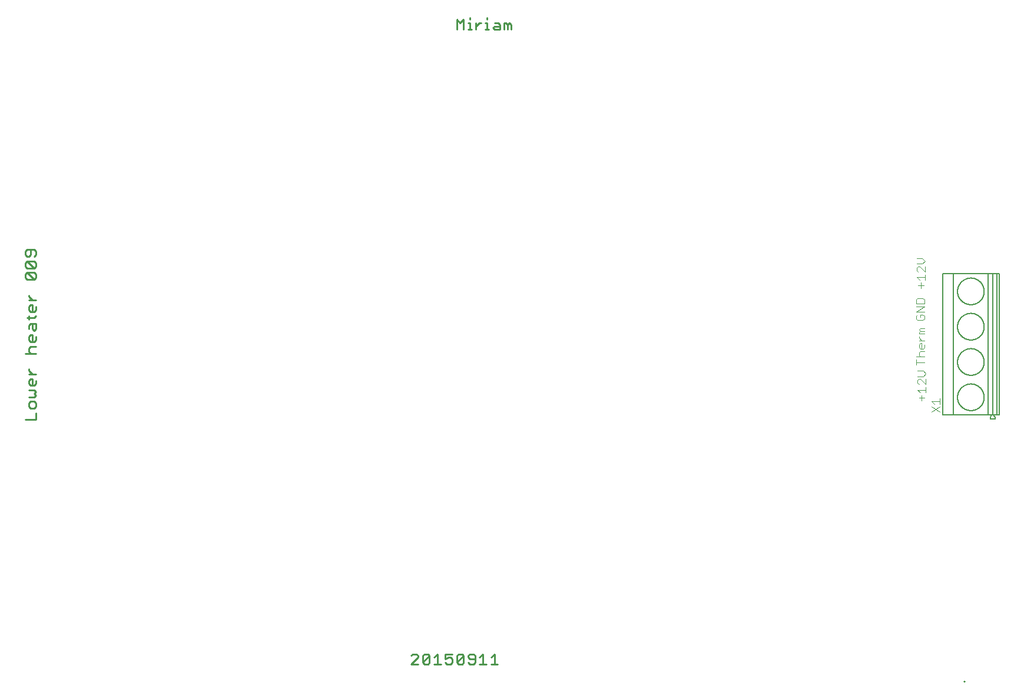
<source format=gto>
G75*
%MOIN*%
%OFA0B0*%
%FSLAX25Y25*%
%IPPOS*%
%LPD*%
%AMOC8*
5,1,8,0,0,1.08239X$1,22.5*
%
%ADD10C,0.00400*%
%ADD11C,0.01000*%
%ADD12C,0.01100*%
%ADD13C,0.00800*%
D10*
X0570085Y0205396D02*
X0573155Y0205396D01*
X0571620Y0203861D02*
X0571620Y0206931D01*
X0570853Y0208465D02*
X0569318Y0210000D01*
X0573922Y0210000D01*
X0573922Y0208465D02*
X0573922Y0211535D01*
X0573922Y0213069D02*
X0570853Y0216139D01*
X0570085Y0216139D01*
X0569318Y0215371D01*
X0569318Y0213837D01*
X0570085Y0213069D01*
X0573922Y0213069D02*
X0573922Y0216139D01*
X0572387Y0217673D02*
X0573922Y0219208D01*
X0572387Y0220742D01*
X0569318Y0220742D01*
X0569318Y0217673D02*
X0572387Y0217673D01*
X0568609Y0224137D02*
X0568609Y0227206D01*
X0568609Y0225672D02*
X0573213Y0225672D01*
X0573213Y0228741D02*
X0568609Y0228741D01*
X0570144Y0229508D02*
X0570144Y0231043D01*
X0570911Y0231810D01*
X0573213Y0231810D01*
X0572446Y0233345D02*
X0570911Y0233345D01*
X0570144Y0234112D01*
X0570144Y0235647D01*
X0570911Y0236414D01*
X0571679Y0236414D01*
X0571679Y0233345D01*
X0572446Y0233345D02*
X0573213Y0234112D01*
X0573213Y0235647D01*
X0573213Y0237949D02*
X0570144Y0237949D01*
X0570144Y0239483D02*
X0570144Y0240251D01*
X0570144Y0239483D02*
X0571679Y0237949D01*
X0573213Y0241785D02*
X0570144Y0241785D01*
X0570144Y0242553D01*
X0570911Y0243320D01*
X0570144Y0244087D01*
X0570911Y0244855D01*
X0573213Y0244855D01*
X0573213Y0243320D02*
X0570911Y0243320D01*
X0572367Y0249531D02*
X0569298Y0249531D01*
X0568531Y0250298D01*
X0568531Y0251833D01*
X0569298Y0252600D01*
X0570833Y0252600D02*
X0570833Y0251065D01*
X0570833Y0252600D02*
X0572367Y0252600D01*
X0573135Y0251833D01*
X0573135Y0250298D01*
X0572367Y0249531D01*
X0573135Y0254135D02*
X0568531Y0254135D01*
X0573135Y0257204D01*
X0568531Y0257204D01*
X0568531Y0258739D02*
X0568531Y0261041D01*
X0569298Y0261808D01*
X0572367Y0261808D01*
X0573135Y0261041D01*
X0573135Y0258739D01*
X0568531Y0258739D01*
X0571226Y0267641D02*
X0571226Y0270710D01*
X0570459Y0272245D02*
X0568924Y0273780D01*
X0573528Y0273780D01*
X0573528Y0275314D02*
X0573528Y0272245D01*
X0572761Y0269176D02*
X0569692Y0269176D01*
X0569692Y0276849D02*
X0568924Y0277616D01*
X0568924Y0279151D01*
X0569692Y0279918D01*
X0570459Y0279918D01*
X0573528Y0276849D01*
X0573528Y0279918D01*
X0571994Y0281453D02*
X0573528Y0282987D01*
X0571994Y0284522D01*
X0568924Y0284522D01*
X0568924Y0281453D02*
X0571994Y0281453D01*
X0570144Y0229508D02*
X0570911Y0228741D01*
X0581867Y0205078D02*
X0581867Y0202008D01*
X0581867Y0200474D02*
X0577263Y0197404D01*
X0577263Y0200474D02*
X0581867Y0197404D01*
X0578798Y0202008D02*
X0577263Y0203543D01*
X0581867Y0203543D01*
D11*
X0595648Y0044787D02*
X0595748Y0044787D01*
D12*
X0070141Y0193048D02*
X0064236Y0193048D01*
X0070141Y0193048D02*
X0070141Y0196985D01*
X0069157Y0199494D02*
X0070141Y0200478D01*
X0070141Y0202446D01*
X0069157Y0203431D01*
X0067189Y0203431D01*
X0066205Y0202446D01*
X0066205Y0200478D01*
X0067189Y0199494D01*
X0069157Y0199494D01*
X0069157Y0205939D02*
X0066205Y0205939D01*
X0069157Y0205939D02*
X0070141Y0206924D01*
X0069157Y0207908D01*
X0070141Y0208892D01*
X0069157Y0209876D01*
X0066205Y0209876D01*
X0067189Y0212385D02*
X0066205Y0213369D01*
X0066205Y0215337D01*
X0067189Y0216322D01*
X0068173Y0216322D01*
X0068173Y0212385D01*
X0069157Y0212385D02*
X0067189Y0212385D01*
X0069157Y0212385D02*
X0070141Y0213369D01*
X0070141Y0215337D01*
X0070141Y0218830D02*
X0066205Y0218830D01*
X0068173Y0218830D02*
X0066205Y0220799D01*
X0066205Y0221783D01*
X0067189Y0230647D02*
X0066205Y0231631D01*
X0066205Y0233600D01*
X0067189Y0234584D01*
X0070141Y0234584D01*
X0069157Y0237093D02*
X0067189Y0237093D01*
X0066205Y0238077D01*
X0066205Y0240045D01*
X0067189Y0241029D01*
X0068173Y0241029D01*
X0068173Y0237093D01*
X0069157Y0237093D02*
X0070141Y0238077D01*
X0070141Y0240045D01*
X0069157Y0243538D02*
X0068173Y0244522D01*
X0068173Y0247475D01*
X0067189Y0247475D02*
X0070141Y0247475D01*
X0070141Y0244522D01*
X0069157Y0243538D01*
X0066205Y0244522D02*
X0066205Y0246491D01*
X0067189Y0247475D01*
X0066205Y0249984D02*
X0066205Y0251952D01*
X0065220Y0250968D02*
X0069157Y0250968D01*
X0070141Y0251952D01*
X0069157Y0254281D02*
X0067189Y0254281D01*
X0066205Y0255265D01*
X0066205Y0257233D01*
X0067189Y0258217D01*
X0068173Y0258217D01*
X0068173Y0254281D01*
X0069157Y0254281D02*
X0070141Y0255265D01*
X0070141Y0257233D01*
X0070141Y0260726D02*
X0066205Y0260726D01*
X0068173Y0260726D02*
X0066205Y0262694D01*
X0066205Y0263679D01*
X0065220Y0272543D02*
X0064236Y0273527D01*
X0064236Y0275495D01*
X0065220Y0276480D01*
X0069157Y0272543D01*
X0070141Y0273527D01*
X0070141Y0275495D01*
X0069157Y0276480D01*
X0065220Y0276480D01*
X0065220Y0278988D02*
X0064236Y0279973D01*
X0064236Y0281941D01*
X0065220Y0282925D01*
X0069157Y0278988D01*
X0070141Y0279973D01*
X0070141Y0281941D01*
X0069157Y0282925D01*
X0065220Y0282925D01*
X0065220Y0285434D02*
X0066205Y0285434D01*
X0067189Y0286418D01*
X0067189Y0289371D01*
X0069157Y0289371D02*
X0065220Y0289371D01*
X0064236Y0288386D01*
X0064236Y0286418D01*
X0065220Y0285434D01*
X0069157Y0285434D02*
X0070141Y0286418D01*
X0070141Y0288386D01*
X0069157Y0289371D01*
X0069157Y0278988D02*
X0065220Y0278988D01*
X0065220Y0272543D02*
X0069157Y0272543D01*
X0070141Y0230647D02*
X0064236Y0230647D01*
X0282648Y0059358D02*
X0283632Y0060342D01*
X0285600Y0060342D01*
X0286584Y0059358D01*
X0286584Y0058374D01*
X0282648Y0054437D01*
X0286584Y0054437D01*
X0289093Y0055422D02*
X0293030Y0059358D01*
X0293030Y0055422D01*
X0292046Y0054437D01*
X0290077Y0054437D01*
X0289093Y0055422D01*
X0289093Y0059358D01*
X0290077Y0060342D01*
X0292046Y0060342D01*
X0293030Y0059358D01*
X0295539Y0058374D02*
X0297507Y0060342D01*
X0297507Y0054437D01*
X0295539Y0054437D02*
X0299475Y0054437D01*
X0301984Y0055422D02*
X0302968Y0054437D01*
X0304937Y0054437D01*
X0305921Y0055422D01*
X0305921Y0057390D01*
X0304937Y0058374D01*
X0303952Y0058374D01*
X0301984Y0057390D01*
X0301984Y0060342D01*
X0305921Y0060342D01*
X0308430Y0059358D02*
X0309414Y0060342D01*
X0311382Y0060342D01*
X0312366Y0059358D01*
X0308430Y0055422D01*
X0309414Y0054437D01*
X0311382Y0054437D01*
X0312366Y0055422D01*
X0312366Y0059358D01*
X0314875Y0059358D02*
X0314875Y0058374D01*
X0315859Y0057390D01*
X0318812Y0057390D01*
X0318812Y0059358D02*
X0317828Y0060342D01*
X0315859Y0060342D01*
X0314875Y0059358D01*
X0314875Y0055422D02*
X0315859Y0054437D01*
X0317828Y0054437D01*
X0318812Y0055422D01*
X0318812Y0059358D01*
X0321321Y0058374D02*
X0323289Y0060342D01*
X0323289Y0054437D01*
X0321321Y0054437D02*
X0325257Y0054437D01*
X0327766Y0054437D02*
X0331703Y0054437D01*
X0329734Y0054437D02*
X0329734Y0060342D01*
X0327766Y0058374D01*
X0308430Y0059358D02*
X0308430Y0055422D01*
X0308403Y0414050D02*
X0308403Y0419955D01*
X0310371Y0417987D01*
X0312339Y0419955D01*
X0312339Y0414050D01*
X0314848Y0414050D02*
X0316817Y0414050D01*
X0315832Y0414050D02*
X0315832Y0417987D01*
X0314848Y0417987D01*
X0315832Y0419955D02*
X0315832Y0420939D01*
X0319145Y0417987D02*
X0319145Y0414050D01*
X0319145Y0416018D02*
X0321114Y0417987D01*
X0322098Y0417987D01*
X0324516Y0417987D02*
X0325501Y0417987D01*
X0325501Y0414050D01*
X0326485Y0414050D02*
X0324516Y0414050D01*
X0328813Y0415034D02*
X0329798Y0416018D01*
X0332750Y0416018D01*
X0332750Y0417003D02*
X0332750Y0414050D01*
X0329798Y0414050D01*
X0328813Y0415034D01*
X0329798Y0417987D02*
X0331766Y0417987D01*
X0332750Y0417003D01*
X0335259Y0417987D02*
X0335259Y0414050D01*
X0337227Y0414050D02*
X0337227Y0417003D01*
X0338212Y0417987D01*
X0339196Y0417003D01*
X0339196Y0414050D01*
X0337227Y0417003D02*
X0336243Y0417987D01*
X0335259Y0417987D01*
X0325501Y0419955D02*
X0325501Y0420939D01*
D13*
X0583622Y0275826D02*
X0583622Y0195826D01*
X0589629Y0195826D01*
X0591530Y0195826D01*
X0607266Y0195826D01*
X0609204Y0195826D01*
X0609204Y0275826D01*
X0611881Y0275826D01*
X0614331Y0275826D01*
X0615512Y0275826D01*
X0615512Y0195826D01*
X0614331Y0195826D01*
X0614331Y0275826D01*
X0611881Y0275826D02*
X0611881Y0195826D01*
X0612665Y0195826D01*
X0614331Y0195826D01*
X0613256Y0194618D02*
X0612665Y0195320D01*
X0612665Y0195826D01*
X0611881Y0195826D02*
X0611035Y0195826D01*
X0609204Y0195826D01*
X0610445Y0194618D02*
X0611035Y0195320D01*
X0611035Y0195826D01*
X0610445Y0194618D02*
X0610445Y0193582D01*
X0613256Y0193582D01*
X0613256Y0194618D01*
X0591930Y0205826D02*
X0591932Y0206011D01*
X0591939Y0206196D01*
X0591950Y0206381D01*
X0591966Y0206565D01*
X0591987Y0206749D01*
X0592012Y0206932D01*
X0592041Y0207115D01*
X0592075Y0207297D01*
X0592113Y0207478D01*
X0592156Y0207658D01*
X0592203Y0207837D01*
X0592255Y0208014D01*
X0592311Y0208191D01*
X0592371Y0208366D01*
X0592435Y0208539D01*
X0592504Y0208711D01*
X0592577Y0208881D01*
X0592654Y0209049D01*
X0592735Y0209216D01*
X0592820Y0209380D01*
X0592909Y0209542D01*
X0593003Y0209702D01*
X0593100Y0209859D01*
X0593201Y0210014D01*
X0593305Y0210167D01*
X0593414Y0210317D01*
X0593526Y0210464D01*
X0593641Y0210609D01*
X0593760Y0210750D01*
X0593883Y0210889D01*
X0594009Y0211024D01*
X0594138Y0211157D01*
X0594271Y0211286D01*
X0594406Y0211412D01*
X0594545Y0211535D01*
X0594686Y0211654D01*
X0594831Y0211769D01*
X0594978Y0211881D01*
X0595128Y0211990D01*
X0595281Y0212094D01*
X0595436Y0212195D01*
X0595593Y0212292D01*
X0595753Y0212386D01*
X0595915Y0212475D01*
X0596079Y0212560D01*
X0596246Y0212641D01*
X0596414Y0212718D01*
X0596584Y0212791D01*
X0596756Y0212860D01*
X0596929Y0212924D01*
X0597104Y0212984D01*
X0597281Y0213040D01*
X0597458Y0213092D01*
X0597637Y0213139D01*
X0597817Y0213182D01*
X0597998Y0213220D01*
X0598180Y0213254D01*
X0598363Y0213283D01*
X0598546Y0213308D01*
X0598730Y0213329D01*
X0598914Y0213345D01*
X0599099Y0213356D01*
X0599284Y0213363D01*
X0599469Y0213365D01*
X0599654Y0213363D01*
X0599839Y0213356D01*
X0600024Y0213345D01*
X0600208Y0213329D01*
X0600392Y0213308D01*
X0600575Y0213283D01*
X0600758Y0213254D01*
X0600940Y0213220D01*
X0601121Y0213182D01*
X0601301Y0213139D01*
X0601480Y0213092D01*
X0601657Y0213040D01*
X0601834Y0212984D01*
X0602009Y0212924D01*
X0602182Y0212860D01*
X0602354Y0212791D01*
X0602524Y0212718D01*
X0602692Y0212641D01*
X0602859Y0212560D01*
X0603023Y0212475D01*
X0603185Y0212386D01*
X0603345Y0212292D01*
X0603502Y0212195D01*
X0603657Y0212094D01*
X0603810Y0211990D01*
X0603960Y0211881D01*
X0604107Y0211769D01*
X0604252Y0211654D01*
X0604393Y0211535D01*
X0604532Y0211412D01*
X0604667Y0211286D01*
X0604800Y0211157D01*
X0604929Y0211024D01*
X0605055Y0210889D01*
X0605178Y0210750D01*
X0605297Y0210609D01*
X0605412Y0210464D01*
X0605524Y0210317D01*
X0605633Y0210167D01*
X0605737Y0210014D01*
X0605838Y0209859D01*
X0605935Y0209702D01*
X0606029Y0209542D01*
X0606118Y0209380D01*
X0606203Y0209216D01*
X0606284Y0209049D01*
X0606361Y0208881D01*
X0606434Y0208711D01*
X0606503Y0208539D01*
X0606567Y0208366D01*
X0606627Y0208191D01*
X0606683Y0208014D01*
X0606735Y0207837D01*
X0606782Y0207658D01*
X0606825Y0207478D01*
X0606863Y0207297D01*
X0606897Y0207115D01*
X0606926Y0206932D01*
X0606951Y0206749D01*
X0606972Y0206565D01*
X0606988Y0206381D01*
X0606999Y0206196D01*
X0607006Y0206011D01*
X0607008Y0205826D01*
X0607006Y0205641D01*
X0606999Y0205456D01*
X0606988Y0205271D01*
X0606972Y0205087D01*
X0606951Y0204903D01*
X0606926Y0204720D01*
X0606897Y0204537D01*
X0606863Y0204355D01*
X0606825Y0204174D01*
X0606782Y0203994D01*
X0606735Y0203815D01*
X0606683Y0203638D01*
X0606627Y0203461D01*
X0606567Y0203286D01*
X0606503Y0203113D01*
X0606434Y0202941D01*
X0606361Y0202771D01*
X0606284Y0202603D01*
X0606203Y0202436D01*
X0606118Y0202272D01*
X0606029Y0202110D01*
X0605935Y0201950D01*
X0605838Y0201793D01*
X0605737Y0201638D01*
X0605633Y0201485D01*
X0605524Y0201335D01*
X0605412Y0201188D01*
X0605297Y0201043D01*
X0605178Y0200902D01*
X0605055Y0200763D01*
X0604929Y0200628D01*
X0604800Y0200495D01*
X0604667Y0200366D01*
X0604532Y0200240D01*
X0604393Y0200117D01*
X0604252Y0199998D01*
X0604107Y0199883D01*
X0603960Y0199771D01*
X0603810Y0199662D01*
X0603657Y0199558D01*
X0603502Y0199457D01*
X0603345Y0199360D01*
X0603185Y0199266D01*
X0603023Y0199177D01*
X0602859Y0199092D01*
X0602692Y0199011D01*
X0602524Y0198934D01*
X0602354Y0198861D01*
X0602182Y0198792D01*
X0602009Y0198728D01*
X0601834Y0198668D01*
X0601657Y0198612D01*
X0601480Y0198560D01*
X0601301Y0198513D01*
X0601121Y0198470D01*
X0600940Y0198432D01*
X0600758Y0198398D01*
X0600575Y0198369D01*
X0600392Y0198344D01*
X0600208Y0198323D01*
X0600024Y0198307D01*
X0599839Y0198296D01*
X0599654Y0198289D01*
X0599469Y0198287D01*
X0599284Y0198289D01*
X0599099Y0198296D01*
X0598914Y0198307D01*
X0598730Y0198323D01*
X0598546Y0198344D01*
X0598363Y0198369D01*
X0598180Y0198398D01*
X0597998Y0198432D01*
X0597817Y0198470D01*
X0597637Y0198513D01*
X0597458Y0198560D01*
X0597281Y0198612D01*
X0597104Y0198668D01*
X0596929Y0198728D01*
X0596756Y0198792D01*
X0596584Y0198861D01*
X0596414Y0198934D01*
X0596246Y0199011D01*
X0596079Y0199092D01*
X0595915Y0199177D01*
X0595753Y0199266D01*
X0595593Y0199360D01*
X0595436Y0199457D01*
X0595281Y0199558D01*
X0595128Y0199662D01*
X0594978Y0199771D01*
X0594831Y0199883D01*
X0594686Y0199998D01*
X0594545Y0200117D01*
X0594406Y0200240D01*
X0594271Y0200366D01*
X0594138Y0200495D01*
X0594009Y0200628D01*
X0593883Y0200763D01*
X0593760Y0200902D01*
X0593641Y0201043D01*
X0593526Y0201188D01*
X0593414Y0201335D01*
X0593305Y0201485D01*
X0593201Y0201638D01*
X0593100Y0201793D01*
X0593003Y0201950D01*
X0592909Y0202110D01*
X0592820Y0202272D01*
X0592735Y0202436D01*
X0592654Y0202603D01*
X0592577Y0202771D01*
X0592504Y0202941D01*
X0592435Y0203113D01*
X0592371Y0203286D01*
X0592311Y0203461D01*
X0592255Y0203638D01*
X0592203Y0203815D01*
X0592156Y0203994D01*
X0592113Y0204174D01*
X0592075Y0204355D01*
X0592041Y0204537D01*
X0592012Y0204720D01*
X0591987Y0204903D01*
X0591966Y0205087D01*
X0591950Y0205271D01*
X0591939Y0205456D01*
X0591932Y0205641D01*
X0591930Y0205826D01*
X0589629Y0195826D02*
X0589629Y0275826D01*
X0583622Y0275826D01*
X0589629Y0275826D02*
X0591530Y0275826D01*
X0607266Y0275826D01*
X0609204Y0275826D01*
X0591930Y0265826D02*
X0591932Y0266011D01*
X0591939Y0266196D01*
X0591950Y0266381D01*
X0591966Y0266565D01*
X0591987Y0266749D01*
X0592012Y0266932D01*
X0592041Y0267115D01*
X0592075Y0267297D01*
X0592113Y0267478D01*
X0592156Y0267658D01*
X0592203Y0267837D01*
X0592255Y0268014D01*
X0592311Y0268191D01*
X0592371Y0268366D01*
X0592435Y0268539D01*
X0592504Y0268711D01*
X0592577Y0268881D01*
X0592654Y0269049D01*
X0592735Y0269216D01*
X0592820Y0269380D01*
X0592909Y0269542D01*
X0593003Y0269702D01*
X0593100Y0269859D01*
X0593201Y0270014D01*
X0593305Y0270167D01*
X0593414Y0270317D01*
X0593526Y0270464D01*
X0593641Y0270609D01*
X0593760Y0270750D01*
X0593883Y0270889D01*
X0594009Y0271024D01*
X0594138Y0271157D01*
X0594271Y0271286D01*
X0594406Y0271412D01*
X0594545Y0271535D01*
X0594686Y0271654D01*
X0594831Y0271769D01*
X0594978Y0271881D01*
X0595128Y0271990D01*
X0595281Y0272094D01*
X0595436Y0272195D01*
X0595593Y0272292D01*
X0595753Y0272386D01*
X0595915Y0272475D01*
X0596079Y0272560D01*
X0596246Y0272641D01*
X0596414Y0272718D01*
X0596584Y0272791D01*
X0596756Y0272860D01*
X0596929Y0272924D01*
X0597104Y0272984D01*
X0597281Y0273040D01*
X0597458Y0273092D01*
X0597637Y0273139D01*
X0597817Y0273182D01*
X0597998Y0273220D01*
X0598180Y0273254D01*
X0598363Y0273283D01*
X0598546Y0273308D01*
X0598730Y0273329D01*
X0598914Y0273345D01*
X0599099Y0273356D01*
X0599284Y0273363D01*
X0599469Y0273365D01*
X0599654Y0273363D01*
X0599839Y0273356D01*
X0600024Y0273345D01*
X0600208Y0273329D01*
X0600392Y0273308D01*
X0600575Y0273283D01*
X0600758Y0273254D01*
X0600940Y0273220D01*
X0601121Y0273182D01*
X0601301Y0273139D01*
X0601480Y0273092D01*
X0601657Y0273040D01*
X0601834Y0272984D01*
X0602009Y0272924D01*
X0602182Y0272860D01*
X0602354Y0272791D01*
X0602524Y0272718D01*
X0602692Y0272641D01*
X0602859Y0272560D01*
X0603023Y0272475D01*
X0603185Y0272386D01*
X0603345Y0272292D01*
X0603502Y0272195D01*
X0603657Y0272094D01*
X0603810Y0271990D01*
X0603960Y0271881D01*
X0604107Y0271769D01*
X0604252Y0271654D01*
X0604393Y0271535D01*
X0604532Y0271412D01*
X0604667Y0271286D01*
X0604800Y0271157D01*
X0604929Y0271024D01*
X0605055Y0270889D01*
X0605178Y0270750D01*
X0605297Y0270609D01*
X0605412Y0270464D01*
X0605524Y0270317D01*
X0605633Y0270167D01*
X0605737Y0270014D01*
X0605838Y0269859D01*
X0605935Y0269702D01*
X0606029Y0269542D01*
X0606118Y0269380D01*
X0606203Y0269216D01*
X0606284Y0269049D01*
X0606361Y0268881D01*
X0606434Y0268711D01*
X0606503Y0268539D01*
X0606567Y0268366D01*
X0606627Y0268191D01*
X0606683Y0268014D01*
X0606735Y0267837D01*
X0606782Y0267658D01*
X0606825Y0267478D01*
X0606863Y0267297D01*
X0606897Y0267115D01*
X0606926Y0266932D01*
X0606951Y0266749D01*
X0606972Y0266565D01*
X0606988Y0266381D01*
X0606999Y0266196D01*
X0607006Y0266011D01*
X0607008Y0265826D01*
X0607006Y0265641D01*
X0606999Y0265456D01*
X0606988Y0265271D01*
X0606972Y0265087D01*
X0606951Y0264903D01*
X0606926Y0264720D01*
X0606897Y0264537D01*
X0606863Y0264355D01*
X0606825Y0264174D01*
X0606782Y0263994D01*
X0606735Y0263815D01*
X0606683Y0263638D01*
X0606627Y0263461D01*
X0606567Y0263286D01*
X0606503Y0263113D01*
X0606434Y0262941D01*
X0606361Y0262771D01*
X0606284Y0262603D01*
X0606203Y0262436D01*
X0606118Y0262272D01*
X0606029Y0262110D01*
X0605935Y0261950D01*
X0605838Y0261793D01*
X0605737Y0261638D01*
X0605633Y0261485D01*
X0605524Y0261335D01*
X0605412Y0261188D01*
X0605297Y0261043D01*
X0605178Y0260902D01*
X0605055Y0260763D01*
X0604929Y0260628D01*
X0604800Y0260495D01*
X0604667Y0260366D01*
X0604532Y0260240D01*
X0604393Y0260117D01*
X0604252Y0259998D01*
X0604107Y0259883D01*
X0603960Y0259771D01*
X0603810Y0259662D01*
X0603657Y0259558D01*
X0603502Y0259457D01*
X0603345Y0259360D01*
X0603185Y0259266D01*
X0603023Y0259177D01*
X0602859Y0259092D01*
X0602692Y0259011D01*
X0602524Y0258934D01*
X0602354Y0258861D01*
X0602182Y0258792D01*
X0602009Y0258728D01*
X0601834Y0258668D01*
X0601657Y0258612D01*
X0601480Y0258560D01*
X0601301Y0258513D01*
X0601121Y0258470D01*
X0600940Y0258432D01*
X0600758Y0258398D01*
X0600575Y0258369D01*
X0600392Y0258344D01*
X0600208Y0258323D01*
X0600024Y0258307D01*
X0599839Y0258296D01*
X0599654Y0258289D01*
X0599469Y0258287D01*
X0599284Y0258289D01*
X0599099Y0258296D01*
X0598914Y0258307D01*
X0598730Y0258323D01*
X0598546Y0258344D01*
X0598363Y0258369D01*
X0598180Y0258398D01*
X0597998Y0258432D01*
X0597817Y0258470D01*
X0597637Y0258513D01*
X0597458Y0258560D01*
X0597281Y0258612D01*
X0597104Y0258668D01*
X0596929Y0258728D01*
X0596756Y0258792D01*
X0596584Y0258861D01*
X0596414Y0258934D01*
X0596246Y0259011D01*
X0596079Y0259092D01*
X0595915Y0259177D01*
X0595753Y0259266D01*
X0595593Y0259360D01*
X0595436Y0259457D01*
X0595281Y0259558D01*
X0595128Y0259662D01*
X0594978Y0259771D01*
X0594831Y0259883D01*
X0594686Y0259998D01*
X0594545Y0260117D01*
X0594406Y0260240D01*
X0594271Y0260366D01*
X0594138Y0260495D01*
X0594009Y0260628D01*
X0593883Y0260763D01*
X0593760Y0260902D01*
X0593641Y0261043D01*
X0593526Y0261188D01*
X0593414Y0261335D01*
X0593305Y0261485D01*
X0593201Y0261638D01*
X0593100Y0261793D01*
X0593003Y0261950D01*
X0592909Y0262110D01*
X0592820Y0262272D01*
X0592735Y0262436D01*
X0592654Y0262603D01*
X0592577Y0262771D01*
X0592504Y0262941D01*
X0592435Y0263113D01*
X0592371Y0263286D01*
X0592311Y0263461D01*
X0592255Y0263638D01*
X0592203Y0263815D01*
X0592156Y0263994D01*
X0592113Y0264174D01*
X0592075Y0264355D01*
X0592041Y0264537D01*
X0592012Y0264720D01*
X0591987Y0264903D01*
X0591966Y0265087D01*
X0591950Y0265271D01*
X0591939Y0265456D01*
X0591932Y0265641D01*
X0591930Y0265826D01*
X0591930Y0245826D02*
X0591932Y0246011D01*
X0591939Y0246196D01*
X0591950Y0246381D01*
X0591966Y0246565D01*
X0591987Y0246749D01*
X0592012Y0246932D01*
X0592041Y0247115D01*
X0592075Y0247297D01*
X0592113Y0247478D01*
X0592156Y0247658D01*
X0592203Y0247837D01*
X0592255Y0248014D01*
X0592311Y0248191D01*
X0592371Y0248366D01*
X0592435Y0248539D01*
X0592504Y0248711D01*
X0592577Y0248881D01*
X0592654Y0249049D01*
X0592735Y0249216D01*
X0592820Y0249380D01*
X0592909Y0249542D01*
X0593003Y0249702D01*
X0593100Y0249859D01*
X0593201Y0250014D01*
X0593305Y0250167D01*
X0593414Y0250317D01*
X0593526Y0250464D01*
X0593641Y0250609D01*
X0593760Y0250750D01*
X0593883Y0250889D01*
X0594009Y0251024D01*
X0594138Y0251157D01*
X0594271Y0251286D01*
X0594406Y0251412D01*
X0594545Y0251535D01*
X0594686Y0251654D01*
X0594831Y0251769D01*
X0594978Y0251881D01*
X0595128Y0251990D01*
X0595281Y0252094D01*
X0595436Y0252195D01*
X0595593Y0252292D01*
X0595753Y0252386D01*
X0595915Y0252475D01*
X0596079Y0252560D01*
X0596246Y0252641D01*
X0596414Y0252718D01*
X0596584Y0252791D01*
X0596756Y0252860D01*
X0596929Y0252924D01*
X0597104Y0252984D01*
X0597281Y0253040D01*
X0597458Y0253092D01*
X0597637Y0253139D01*
X0597817Y0253182D01*
X0597998Y0253220D01*
X0598180Y0253254D01*
X0598363Y0253283D01*
X0598546Y0253308D01*
X0598730Y0253329D01*
X0598914Y0253345D01*
X0599099Y0253356D01*
X0599284Y0253363D01*
X0599469Y0253365D01*
X0599654Y0253363D01*
X0599839Y0253356D01*
X0600024Y0253345D01*
X0600208Y0253329D01*
X0600392Y0253308D01*
X0600575Y0253283D01*
X0600758Y0253254D01*
X0600940Y0253220D01*
X0601121Y0253182D01*
X0601301Y0253139D01*
X0601480Y0253092D01*
X0601657Y0253040D01*
X0601834Y0252984D01*
X0602009Y0252924D01*
X0602182Y0252860D01*
X0602354Y0252791D01*
X0602524Y0252718D01*
X0602692Y0252641D01*
X0602859Y0252560D01*
X0603023Y0252475D01*
X0603185Y0252386D01*
X0603345Y0252292D01*
X0603502Y0252195D01*
X0603657Y0252094D01*
X0603810Y0251990D01*
X0603960Y0251881D01*
X0604107Y0251769D01*
X0604252Y0251654D01*
X0604393Y0251535D01*
X0604532Y0251412D01*
X0604667Y0251286D01*
X0604800Y0251157D01*
X0604929Y0251024D01*
X0605055Y0250889D01*
X0605178Y0250750D01*
X0605297Y0250609D01*
X0605412Y0250464D01*
X0605524Y0250317D01*
X0605633Y0250167D01*
X0605737Y0250014D01*
X0605838Y0249859D01*
X0605935Y0249702D01*
X0606029Y0249542D01*
X0606118Y0249380D01*
X0606203Y0249216D01*
X0606284Y0249049D01*
X0606361Y0248881D01*
X0606434Y0248711D01*
X0606503Y0248539D01*
X0606567Y0248366D01*
X0606627Y0248191D01*
X0606683Y0248014D01*
X0606735Y0247837D01*
X0606782Y0247658D01*
X0606825Y0247478D01*
X0606863Y0247297D01*
X0606897Y0247115D01*
X0606926Y0246932D01*
X0606951Y0246749D01*
X0606972Y0246565D01*
X0606988Y0246381D01*
X0606999Y0246196D01*
X0607006Y0246011D01*
X0607008Y0245826D01*
X0607006Y0245641D01*
X0606999Y0245456D01*
X0606988Y0245271D01*
X0606972Y0245087D01*
X0606951Y0244903D01*
X0606926Y0244720D01*
X0606897Y0244537D01*
X0606863Y0244355D01*
X0606825Y0244174D01*
X0606782Y0243994D01*
X0606735Y0243815D01*
X0606683Y0243638D01*
X0606627Y0243461D01*
X0606567Y0243286D01*
X0606503Y0243113D01*
X0606434Y0242941D01*
X0606361Y0242771D01*
X0606284Y0242603D01*
X0606203Y0242436D01*
X0606118Y0242272D01*
X0606029Y0242110D01*
X0605935Y0241950D01*
X0605838Y0241793D01*
X0605737Y0241638D01*
X0605633Y0241485D01*
X0605524Y0241335D01*
X0605412Y0241188D01*
X0605297Y0241043D01*
X0605178Y0240902D01*
X0605055Y0240763D01*
X0604929Y0240628D01*
X0604800Y0240495D01*
X0604667Y0240366D01*
X0604532Y0240240D01*
X0604393Y0240117D01*
X0604252Y0239998D01*
X0604107Y0239883D01*
X0603960Y0239771D01*
X0603810Y0239662D01*
X0603657Y0239558D01*
X0603502Y0239457D01*
X0603345Y0239360D01*
X0603185Y0239266D01*
X0603023Y0239177D01*
X0602859Y0239092D01*
X0602692Y0239011D01*
X0602524Y0238934D01*
X0602354Y0238861D01*
X0602182Y0238792D01*
X0602009Y0238728D01*
X0601834Y0238668D01*
X0601657Y0238612D01*
X0601480Y0238560D01*
X0601301Y0238513D01*
X0601121Y0238470D01*
X0600940Y0238432D01*
X0600758Y0238398D01*
X0600575Y0238369D01*
X0600392Y0238344D01*
X0600208Y0238323D01*
X0600024Y0238307D01*
X0599839Y0238296D01*
X0599654Y0238289D01*
X0599469Y0238287D01*
X0599284Y0238289D01*
X0599099Y0238296D01*
X0598914Y0238307D01*
X0598730Y0238323D01*
X0598546Y0238344D01*
X0598363Y0238369D01*
X0598180Y0238398D01*
X0597998Y0238432D01*
X0597817Y0238470D01*
X0597637Y0238513D01*
X0597458Y0238560D01*
X0597281Y0238612D01*
X0597104Y0238668D01*
X0596929Y0238728D01*
X0596756Y0238792D01*
X0596584Y0238861D01*
X0596414Y0238934D01*
X0596246Y0239011D01*
X0596079Y0239092D01*
X0595915Y0239177D01*
X0595753Y0239266D01*
X0595593Y0239360D01*
X0595436Y0239457D01*
X0595281Y0239558D01*
X0595128Y0239662D01*
X0594978Y0239771D01*
X0594831Y0239883D01*
X0594686Y0239998D01*
X0594545Y0240117D01*
X0594406Y0240240D01*
X0594271Y0240366D01*
X0594138Y0240495D01*
X0594009Y0240628D01*
X0593883Y0240763D01*
X0593760Y0240902D01*
X0593641Y0241043D01*
X0593526Y0241188D01*
X0593414Y0241335D01*
X0593305Y0241485D01*
X0593201Y0241638D01*
X0593100Y0241793D01*
X0593003Y0241950D01*
X0592909Y0242110D01*
X0592820Y0242272D01*
X0592735Y0242436D01*
X0592654Y0242603D01*
X0592577Y0242771D01*
X0592504Y0242941D01*
X0592435Y0243113D01*
X0592371Y0243286D01*
X0592311Y0243461D01*
X0592255Y0243638D01*
X0592203Y0243815D01*
X0592156Y0243994D01*
X0592113Y0244174D01*
X0592075Y0244355D01*
X0592041Y0244537D01*
X0592012Y0244720D01*
X0591987Y0244903D01*
X0591966Y0245087D01*
X0591950Y0245271D01*
X0591939Y0245456D01*
X0591932Y0245641D01*
X0591930Y0245826D01*
X0591930Y0225826D02*
X0591932Y0226011D01*
X0591939Y0226196D01*
X0591950Y0226381D01*
X0591966Y0226565D01*
X0591987Y0226749D01*
X0592012Y0226932D01*
X0592041Y0227115D01*
X0592075Y0227297D01*
X0592113Y0227478D01*
X0592156Y0227658D01*
X0592203Y0227837D01*
X0592255Y0228014D01*
X0592311Y0228191D01*
X0592371Y0228366D01*
X0592435Y0228539D01*
X0592504Y0228711D01*
X0592577Y0228881D01*
X0592654Y0229049D01*
X0592735Y0229216D01*
X0592820Y0229380D01*
X0592909Y0229542D01*
X0593003Y0229702D01*
X0593100Y0229859D01*
X0593201Y0230014D01*
X0593305Y0230167D01*
X0593414Y0230317D01*
X0593526Y0230464D01*
X0593641Y0230609D01*
X0593760Y0230750D01*
X0593883Y0230889D01*
X0594009Y0231024D01*
X0594138Y0231157D01*
X0594271Y0231286D01*
X0594406Y0231412D01*
X0594545Y0231535D01*
X0594686Y0231654D01*
X0594831Y0231769D01*
X0594978Y0231881D01*
X0595128Y0231990D01*
X0595281Y0232094D01*
X0595436Y0232195D01*
X0595593Y0232292D01*
X0595753Y0232386D01*
X0595915Y0232475D01*
X0596079Y0232560D01*
X0596246Y0232641D01*
X0596414Y0232718D01*
X0596584Y0232791D01*
X0596756Y0232860D01*
X0596929Y0232924D01*
X0597104Y0232984D01*
X0597281Y0233040D01*
X0597458Y0233092D01*
X0597637Y0233139D01*
X0597817Y0233182D01*
X0597998Y0233220D01*
X0598180Y0233254D01*
X0598363Y0233283D01*
X0598546Y0233308D01*
X0598730Y0233329D01*
X0598914Y0233345D01*
X0599099Y0233356D01*
X0599284Y0233363D01*
X0599469Y0233365D01*
X0599654Y0233363D01*
X0599839Y0233356D01*
X0600024Y0233345D01*
X0600208Y0233329D01*
X0600392Y0233308D01*
X0600575Y0233283D01*
X0600758Y0233254D01*
X0600940Y0233220D01*
X0601121Y0233182D01*
X0601301Y0233139D01*
X0601480Y0233092D01*
X0601657Y0233040D01*
X0601834Y0232984D01*
X0602009Y0232924D01*
X0602182Y0232860D01*
X0602354Y0232791D01*
X0602524Y0232718D01*
X0602692Y0232641D01*
X0602859Y0232560D01*
X0603023Y0232475D01*
X0603185Y0232386D01*
X0603345Y0232292D01*
X0603502Y0232195D01*
X0603657Y0232094D01*
X0603810Y0231990D01*
X0603960Y0231881D01*
X0604107Y0231769D01*
X0604252Y0231654D01*
X0604393Y0231535D01*
X0604532Y0231412D01*
X0604667Y0231286D01*
X0604800Y0231157D01*
X0604929Y0231024D01*
X0605055Y0230889D01*
X0605178Y0230750D01*
X0605297Y0230609D01*
X0605412Y0230464D01*
X0605524Y0230317D01*
X0605633Y0230167D01*
X0605737Y0230014D01*
X0605838Y0229859D01*
X0605935Y0229702D01*
X0606029Y0229542D01*
X0606118Y0229380D01*
X0606203Y0229216D01*
X0606284Y0229049D01*
X0606361Y0228881D01*
X0606434Y0228711D01*
X0606503Y0228539D01*
X0606567Y0228366D01*
X0606627Y0228191D01*
X0606683Y0228014D01*
X0606735Y0227837D01*
X0606782Y0227658D01*
X0606825Y0227478D01*
X0606863Y0227297D01*
X0606897Y0227115D01*
X0606926Y0226932D01*
X0606951Y0226749D01*
X0606972Y0226565D01*
X0606988Y0226381D01*
X0606999Y0226196D01*
X0607006Y0226011D01*
X0607008Y0225826D01*
X0607006Y0225641D01*
X0606999Y0225456D01*
X0606988Y0225271D01*
X0606972Y0225087D01*
X0606951Y0224903D01*
X0606926Y0224720D01*
X0606897Y0224537D01*
X0606863Y0224355D01*
X0606825Y0224174D01*
X0606782Y0223994D01*
X0606735Y0223815D01*
X0606683Y0223638D01*
X0606627Y0223461D01*
X0606567Y0223286D01*
X0606503Y0223113D01*
X0606434Y0222941D01*
X0606361Y0222771D01*
X0606284Y0222603D01*
X0606203Y0222436D01*
X0606118Y0222272D01*
X0606029Y0222110D01*
X0605935Y0221950D01*
X0605838Y0221793D01*
X0605737Y0221638D01*
X0605633Y0221485D01*
X0605524Y0221335D01*
X0605412Y0221188D01*
X0605297Y0221043D01*
X0605178Y0220902D01*
X0605055Y0220763D01*
X0604929Y0220628D01*
X0604800Y0220495D01*
X0604667Y0220366D01*
X0604532Y0220240D01*
X0604393Y0220117D01*
X0604252Y0219998D01*
X0604107Y0219883D01*
X0603960Y0219771D01*
X0603810Y0219662D01*
X0603657Y0219558D01*
X0603502Y0219457D01*
X0603345Y0219360D01*
X0603185Y0219266D01*
X0603023Y0219177D01*
X0602859Y0219092D01*
X0602692Y0219011D01*
X0602524Y0218934D01*
X0602354Y0218861D01*
X0602182Y0218792D01*
X0602009Y0218728D01*
X0601834Y0218668D01*
X0601657Y0218612D01*
X0601480Y0218560D01*
X0601301Y0218513D01*
X0601121Y0218470D01*
X0600940Y0218432D01*
X0600758Y0218398D01*
X0600575Y0218369D01*
X0600392Y0218344D01*
X0600208Y0218323D01*
X0600024Y0218307D01*
X0599839Y0218296D01*
X0599654Y0218289D01*
X0599469Y0218287D01*
X0599284Y0218289D01*
X0599099Y0218296D01*
X0598914Y0218307D01*
X0598730Y0218323D01*
X0598546Y0218344D01*
X0598363Y0218369D01*
X0598180Y0218398D01*
X0597998Y0218432D01*
X0597817Y0218470D01*
X0597637Y0218513D01*
X0597458Y0218560D01*
X0597281Y0218612D01*
X0597104Y0218668D01*
X0596929Y0218728D01*
X0596756Y0218792D01*
X0596584Y0218861D01*
X0596414Y0218934D01*
X0596246Y0219011D01*
X0596079Y0219092D01*
X0595915Y0219177D01*
X0595753Y0219266D01*
X0595593Y0219360D01*
X0595436Y0219457D01*
X0595281Y0219558D01*
X0595128Y0219662D01*
X0594978Y0219771D01*
X0594831Y0219883D01*
X0594686Y0219998D01*
X0594545Y0220117D01*
X0594406Y0220240D01*
X0594271Y0220366D01*
X0594138Y0220495D01*
X0594009Y0220628D01*
X0593883Y0220763D01*
X0593760Y0220902D01*
X0593641Y0221043D01*
X0593526Y0221188D01*
X0593414Y0221335D01*
X0593305Y0221485D01*
X0593201Y0221638D01*
X0593100Y0221793D01*
X0593003Y0221950D01*
X0592909Y0222110D01*
X0592820Y0222272D01*
X0592735Y0222436D01*
X0592654Y0222603D01*
X0592577Y0222771D01*
X0592504Y0222941D01*
X0592435Y0223113D01*
X0592371Y0223286D01*
X0592311Y0223461D01*
X0592255Y0223638D01*
X0592203Y0223815D01*
X0592156Y0223994D01*
X0592113Y0224174D01*
X0592075Y0224355D01*
X0592041Y0224537D01*
X0592012Y0224720D01*
X0591987Y0224903D01*
X0591966Y0225087D01*
X0591950Y0225271D01*
X0591939Y0225456D01*
X0591932Y0225641D01*
X0591930Y0225826D01*
M02*

</source>
